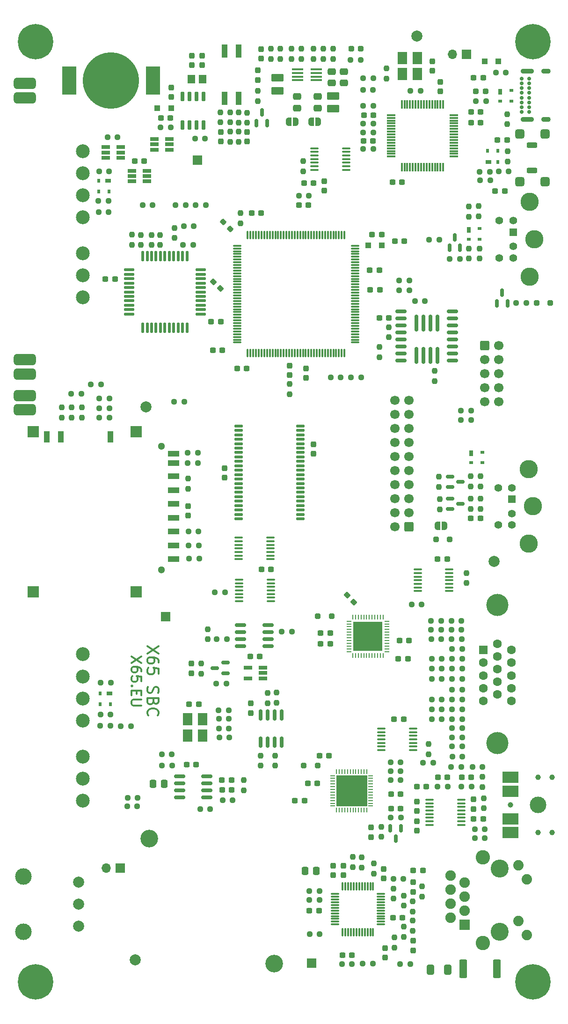
<source format=gbr>
%TF.GenerationSoftware,KiCad,Pcbnew,7.0.10-1.fc38*%
%TF.CreationDate,2024-01-13T22:19:30+01:00*%
%TF.ProjectId,x65-sbc-revA1,7836352d-7362-4632-9d72-657641312e6b,revA1*%
%TF.SameCoordinates,Original*%
%TF.FileFunction,Soldermask,Top*%
%TF.FilePolarity,Negative*%
%FSLAX46Y46*%
G04 Gerber Fmt 4.6, Leading zero omitted, Abs format (unit mm)*
G04 Created by KiCad (PCBNEW 7.0.10-1.fc38) date 2024-01-13 22:19:30*
%MOMM*%
%LPD*%
G01*
G04 APERTURE LIST*
G04 Aperture macros list*
%AMRoundRect*
0 Rectangle with rounded corners*
0 $1 Rounding radius*
0 $2 $3 $4 $5 $6 $7 $8 $9 X,Y pos of 4 corners*
0 Add a 4 corners polygon primitive as box body*
4,1,4,$2,$3,$4,$5,$6,$7,$8,$9,$2,$3,0*
0 Add four circle primitives for the rounded corners*
1,1,$1+$1,$2,$3*
1,1,$1+$1,$4,$5*
1,1,$1+$1,$6,$7*
1,1,$1+$1,$8,$9*
0 Add four rect primitives between the rounded corners*
20,1,$1+$1,$2,$3,$4,$5,0*
20,1,$1+$1,$4,$5,$6,$7,0*
20,1,$1+$1,$6,$7,$8,$9,0*
20,1,$1+$1,$8,$9,$2,$3,0*%
%AMFreePoly0*
4,1,19,0.500000,-0.750000,0.000000,-0.750000,0.000000,-0.744911,-0.071157,-0.744911,-0.207708,-0.704816,-0.327430,-0.627875,-0.420627,-0.520320,-0.479746,-0.390866,-0.500000,-0.250000,-0.500000,0.250000,-0.479746,0.390866,-0.420627,0.520320,-0.327430,0.627875,-0.207708,0.704816,-0.071157,0.744911,0.000000,0.744911,0.000000,0.750000,0.500000,0.750000,0.500000,-0.750000,0.500000,-0.750000,
$1*%
%AMFreePoly1*
4,1,19,0.000000,0.744911,0.071157,0.744911,0.207708,0.704816,0.327430,0.627875,0.420627,0.520320,0.479746,0.390866,0.500000,0.250000,0.500000,-0.250000,0.479746,-0.390866,0.420627,-0.520320,0.327430,-0.627875,0.207708,-0.704816,0.071157,-0.744911,0.000000,-0.744911,0.000000,-0.750000,-0.500000,-0.750000,-0.500000,0.750000,0.000000,0.750000,0.000000,0.744911,0.000000,0.744911,
$1*%
G04 Aperture macros list end*
%ADD10C,0.300000*%
%ADD11C,2.000000*%
%ADD12C,3.000000*%
%ADD13C,1.000000*%
%ADD14R,3.000000X2.000000*%
%ADD15RoundRect,0.250000X-0.700000X0.250000X-0.700000X-0.250000X0.700000X-0.250000X0.700000X0.250000X0*%
%ADD16RoundRect,0.425000X-0.425000X0.425000X-0.425000X-0.425000X0.425000X-0.425000X0.425000X0.425000X0*%
%ADD17RoundRect,0.237500X-0.237500X0.250000X-0.237500X-0.250000X0.237500X-0.250000X0.237500X0.250000X0*%
%ADD18R,1.560000X0.650000*%
%ADD19RoundRect,0.237500X-0.300000X-0.237500X0.300000X-0.237500X0.300000X0.237500X-0.300000X0.237500X0*%
%ADD20C,0.700000*%
%ADD21O,2.400000X0.900000*%
%ADD22O,1.700000X0.900000*%
%ADD23RoundRect,0.237500X-0.250000X-0.237500X0.250000X-0.237500X0.250000X0.237500X-0.250000X0.237500X0*%
%ADD24RoundRect,0.237500X0.250000X0.237500X-0.250000X0.237500X-0.250000X-0.237500X0.250000X-0.237500X0*%
%ADD25RoundRect,0.237500X-0.237500X0.300000X-0.237500X-0.300000X0.237500X-0.300000X0.237500X0.300000X0*%
%ADD26RoundRect,0.150000X-0.587500X-0.150000X0.587500X-0.150000X0.587500X0.150000X-0.587500X0.150000X0*%
%ADD27RoundRect,0.237500X0.300000X0.237500X-0.300000X0.237500X-0.300000X-0.237500X0.300000X-0.237500X0*%
%ADD28R,1.700000X1.700000*%
%ADD29RoundRect,0.250000X0.600000X0.600000X-0.600000X0.600000X-0.600000X-0.600000X0.600000X-0.600000X0*%
%ADD30C,1.700000*%
%ADD31FreePoly0,0.000000*%
%ADD32FreePoly1,0.000000*%
%ADD33RoundRect,0.150000X-0.150000X0.587500X-0.150000X-0.587500X0.150000X-0.587500X0.150000X0.587500X0*%
%ADD34C,3.200000*%
%ADD35RoundRect,0.237500X0.237500X-0.250000X0.237500X0.250000X-0.237500X0.250000X-0.237500X-0.250000X0*%
%ADD36RoundRect,0.150000X-0.150000X0.725000X-0.150000X-0.725000X0.150000X-0.725000X0.150000X0.725000X0*%
%ADD37RoundRect,0.100000X-0.637500X-0.100000X0.637500X-0.100000X0.637500X0.100000X-0.637500X0.100000X0*%
%ADD38RoundRect,0.237500X0.287500X0.237500X-0.287500X0.237500X-0.287500X-0.237500X0.287500X-0.237500X0*%
%ADD39R,1.398000X1.398000*%
%ADD40C,1.398000*%
%ADD41C,3.306000*%
%ADD42RoundRect,0.237500X0.237500X-0.300000X0.237500X0.300000X-0.237500X0.300000X-0.237500X-0.300000X0*%
%ADD43RoundRect,0.249999X-0.450001X-1.425001X0.450001X-1.425001X0.450001X1.425001X-0.450001X1.425001X0*%
%ADD44RoundRect,0.237500X0.344715X-0.008839X-0.008839X0.344715X-0.344715X0.008839X0.008839X-0.344715X0*%
%ADD45RoundRect,0.250000X0.250000X0.250000X-0.250000X0.250000X-0.250000X-0.250000X0.250000X-0.250000X0*%
%ADD46R,1.760000X2.250000*%
%ADD47C,6.400000*%
%ADD48RoundRect,0.250001X-0.849999X0.462499X-0.849999X-0.462499X0.849999X-0.462499X0.849999X0.462499X0*%
%ADD49RoundRect,0.237500X0.237500X-0.287500X0.237500X0.287500X-0.237500X0.287500X-0.237500X-0.287500X0*%
%ADD50RoundRect,0.250000X-0.337500X-0.475000X0.337500X-0.475000X0.337500X0.475000X-0.337500X0.475000X0*%
%ADD51RoundRect,0.137500X-0.800000X-0.137500X0.800000X-0.137500X0.800000X0.137500X-0.800000X0.137500X0*%
%ADD52RoundRect,0.137500X-0.137500X-0.800000X0.137500X-0.800000X0.137500X0.800000X-0.137500X0.800000X0*%
%ADD53O,1.700000X1.700000*%
%ADD54R,1.000000X1.000000*%
%ADD55C,2.500000*%
%ADD56RoundRect,0.150000X0.150000X-1.350000X0.150000X1.350000X-0.150000X1.350000X-0.150000X-1.350000X0*%
%ADD57RoundRect,0.500000X-1.500000X0.500000X-1.500000X-0.500000X1.500000X-0.500000X1.500000X0.500000X0*%
%ADD58C,3.250000*%
%ADD59C,1.890000*%
%ADD60R,1.900000X1.900000*%
%ADD61C,1.900000*%
%ADD62C,2.600000*%
%ADD63RoundRect,0.062500X0.337500X0.062500X-0.337500X0.062500X-0.337500X-0.062500X0.337500X-0.062500X0*%
%ADD64RoundRect,0.062500X0.062500X0.337500X-0.062500X0.337500X-0.062500X-0.337500X0.062500X-0.337500X0*%
%ADD65R,5.300000X5.300000*%
%ADD66RoundRect,0.250000X-0.600000X-0.600000X0.600000X-0.600000X0.600000X0.600000X-0.600000X0.600000X0*%
%ADD67RoundRect,0.250000X0.412500X0.650000X-0.412500X0.650000X-0.412500X-0.650000X0.412500X-0.650000X0*%
%ADD68RoundRect,0.250000X-0.475000X0.337500X-0.475000X-0.337500X0.475000X-0.337500X0.475000X0.337500X0*%
%ADD69RoundRect,0.150000X0.150000X-0.587500X0.150000X0.587500X-0.150000X0.587500X-0.150000X-0.587500X0*%
%ADD70RoundRect,0.137500X-0.625000X-0.137500X0.625000X-0.137500X0.625000X0.137500X-0.625000X0.137500X0*%
%ADD71R,1.000000X0.700000*%
%ADD72R,0.600000X0.700000*%
%ADD73RoundRect,0.237500X-0.380070X0.044194X0.044194X-0.380070X0.380070X-0.044194X-0.044194X0.380070X0*%
%ADD74RoundRect,0.150000X-0.875000X-0.150000X0.875000X-0.150000X0.875000X0.150000X-0.875000X0.150000X0*%
%ADD75RoundRect,0.150000X0.150000X-0.825000X0.150000X0.825000X-0.150000X0.825000X-0.150000X-0.825000X0*%
%ADD76RoundRect,0.075000X-0.700000X-0.075000X0.700000X-0.075000X0.700000X0.075000X-0.700000X0.075000X0*%
%ADD77RoundRect,0.075000X-0.075000X-0.700000X0.075000X-0.700000X0.075000X0.700000X-0.075000X0.700000X0*%
%ADD78RoundRect,0.250000X0.475000X-0.337500X0.475000X0.337500X-0.475000X0.337500X-0.475000X-0.337500X0*%
%ADD79R,2.500000X5.100000*%
%ADD80C,10.200000*%
%ADD81RoundRect,0.075000X0.662500X0.075000X-0.662500X0.075000X-0.662500X-0.075000X0.662500X-0.075000X0*%
%ADD82RoundRect,0.075000X0.075000X0.662500X-0.075000X0.662500X-0.075000X-0.662500X0.075000X-0.662500X0*%
%ADD83RoundRect,0.150000X0.825000X0.150000X-0.825000X0.150000X-0.825000X-0.150000X0.825000X-0.150000X0*%
%ADD84R,0.700000X1.000000*%
%ADD85R,0.700000X0.600000*%
%ADD86RoundRect,0.075000X-0.662500X-0.075000X0.662500X-0.075000X0.662500X0.075000X-0.662500X0.075000X0*%
%ADD87RoundRect,0.075000X-0.075000X-0.662500X0.075000X-0.662500X0.075000X0.662500X-0.075000X0.662500X0*%
%ADD88RoundRect,0.100000X0.637500X0.100000X-0.637500X0.100000X-0.637500X-0.100000X0.637500X-0.100000X0*%
%ADD89RoundRect,0.237500X0.380070X-0.044194X-0.044194X0.380070X-0.380070X0.044194X0.044194X-0.380070X0*%
%ADD90RoundRect,0.237500X-0.237500X0.287500X-0.237500X-0.287500X0.237500X-0.287500X0.237500X0.287500X0*%
%ADD91FreePoly0,180.000000*%
%ADD92FreePoly1,180.000000*%
%ADD93RoundRect,0.250000X-0.250000X-0.250000X0.250000X-0.250000X0.250000X0.250000X-0.250000X0.250000X0*%
%ADD94C,1.300000*%
%ADD95R,2.000000X1.100000*%
%ADD96R,1.000000X2.000000*%
%ADD97R,2.000000X2.000000*%
%ADD98C,4.000000*%
%ADD99R,1.600000X1.600000*%
%ADD100C,1.600000*%
%ADD101R,2.000000X0.400000*%
%ADD102RoundRect,0.062500X0.375000X0.062500X-0.375000X0.062500X-0.375000X-0.062500X0.375000X-0.062500X0*%
%ADD103RoundRect,0.062500X0.062500X0.375000X-0.062500X0.375000X-0.062500X-0.375000X0.062500X-0.375000X0*%
%ADD104R,5.600000X5.600000*%
%ADD105RoundRect,0.150000X0.587500X0.150000X-0.587500X0.150000X-0.587500X-0.150000X0.587500X-0.150000X0*%
%ADD106R,1.120000X2.440000*%
%ADD107R,1.400000X1.500000*%
%ADD108RoundRect,0.250001X0.849999X-0.462499X0.849999X0.462499X-0.849999X0.462499X-0.849999X-0.462499X0*%
G04 APERTURE END LIST*
D10*
X64127285Y-146172799D02*
X62327285Y-147372799D01*
X64127285Y-147372799D02*
X62327285Y-146172799D01*
X64127285Y-148829943D02*
X64127285Y-148487085D01*
X64127285Y-148487085D02*
X64041571Y-148315657D01*
X64041571Y-148315657D02*
X63955857Y-148229943D01*
X63955857Y-148229943D02*
X63698714Y-148058514D01*
X63698714Y-148058514D02*
X63355857Y-147972800D01*
X63355857Y-147972800D02*
X62670142Y-147972800D01*
X62670142Y-147972800D02*
X62498714Y-148058514D01*
X62498714Y-148058514D02*
X62413000Y-148144228D01*
X62413000Y-148144228D02*
X62327285Y-148315657D01*
X62327285Y-148315657D02*
X62327285Y-148658514D01*
X62327285Y-148658514D02*
X62413000Y-148829943D01*
X62413000Y-148829943D02*
X62498714Y-148915657D01*
X62498714Y-148915657D02*
X62670142Y-149001371D01*
X62670142Y-149001371D02*
X63098714Y-149001371D01*
X63098714Y-149001371D02*
X63270142Y-148915657D01*
X63270142Y-148915657D02*
X63355857Y-148829943D01*
X63355857Y-148829943D02*
X63441571Y-148658514D01*
X63441571Y-148658514D02*
X63441571Y-148315657D01*
X63441571Y-148315657D02*
X63355857Y-148144228D01*
X63355857Y-148144228D02*
X63270142Y-148058514D01*
X63270142Y-148058514D02*
X63098714Y-147972800D01*
X64127285Y-150629943D02*
X64127285Y-149772800D01*
X64127285Y-149772800D02*
X63270142Y-149687086D01*
X63270142Y-149687086D02*
X63355857Y-149772800D01*
X63355857Y-149772800D02*
X63441571Y-149944229D01*
X63441571Y-149944229D02*
X63441571Y-150372800D01*
X63441571Y-150372800D02*
X63355857Y-150544229D01*
X63355857Y-150544229D02*
X63270142Y-150629943D01*
X63270142Y-150629943D02*
X63098714Y-150715657D01*
X63098714Y-150715657D02*
X62670142Y-150715657D01*
X62670142Y-150715657D02*
X62498714Y-150629943D01*
X62498714Y-150629943D02*
X62413000Y-150544229D01*
X62413000Y-150544229D02*
X62327285Y-150372800D01*
X62327285Y-150372800D02*
X62327285Y-149944229D01*
X62327285Y-149944229D02*
X62413000Y-149772800D01*
X62413000Y-149772800D02*
X62498714Y-149687086D01*
X62498714Y-151487086D02*
X62413000Y-151572800D01*
X62413000Y-151572800D02*
X62327285Y-151487086D01*
X62327285Y-151487086D02*
X62413000Y-151401372D01*
X62413000Y-151401372D02*
X62498714Y-151487086D01*
X62498714Y-151487086D02*
X62327285Y-151487086D01*
X63270142Y-152344229D02*
X63270142Y-152944229D01*
X62327285Y-153201372D02*
X62327285Y-152344229D01*
X62327285Y-152344229D02*
X64127285Y-152344229D01*
X64127285Y-152344229D02*
X64127285Y-153201372D01*
X64127285Y-153972800D02*
X62670142Y-153972800D01*
X62670142Y-153972800D02*
X62498714Y-154058514D01*
X62498714Y-154058514D02*
X62413000Y-154144229D01*
X62413000Y-154144229D02*
X62327285Y-154315657D01*
X62327285Y-154315657D02*
X62327285Y-154658514D01*
X62327285Y-154658514D02*
X62413000Y-154829943D01*
X62413000Y-154829943D02*
X62498714Y-154915657D01*
X62498714Y-154915657D02*
X62670142Y-155001371D01*
X62670142Y-155001371D02*
X64127285Y-155001371D01*
X67231961Y-144310885D02*
X65231961Y-145644218D01*
X67231961Y-145644218D02*
X65231961Y-144310885D01*
X67231961Y-147263266D02*
X67231961Y-146882313D01*
X67231961Y-146882313D02*
X67136723Y-146691837D01*
X67136723Y-146691837D02*
X67041485Y-146596599D01*
X67041485Y-146596599D02*
X66755771Y-146406123D01*
X66755771Y-146406123D02*
X66374819Y-146310885D01*
X66374819Y-146310885D02*
X65612914Y-146310885D01*
X65612914Y-146310885D02*
X65422438Y-146406123D01*
X65422438Y-146406123D02*
X65327200Y-146501361D01*
X65327200Y-146501361D02*
X65231961Y-146691837D01*
X65231961Y-146691837D02*
X65231961Y-147072790D01*
X65231961Y-147072790D02*
X65327200Y-147263266D01*
X65327200Y-147263266D02*
X65422438Y-147358504D01*
X65422438Y-147358504D02*
X65612914Y-147453742D01*
X65612914Y-147453742D02*
X66089104Y-147453742D01*
X66089104Y-147453742D02*
X66279580Y-147358504D01*
X66279580Y-147358504D02*
X66374819Y-147263266D01*
X66374819Y-147263266D02*
X66470057Y-147072790D01*
X66470057Y-147072790D02*
X66470057Y-146691837D01*
X66470057Y-146691837D02*
X66374819Y-146501361D01*
X66374819Y-146501361D02*
X66279580Y-146406123D01*
X66279580Y-146406123D02*
X66089104Y-146310885D01*
X67231961Y-149263266D02*
X67231961Y-148310885D01*
X67231961Y-148310885D02*
X66279580Y-148215647D01*
X66279580Y-148215647D02*
X66374819Y-148310885D01*
X66374819Y-148310885D02*
X66470057Y-148501361D01*
X66470057Y-148501361D02*
X66470057Y-148977552D01*
X66470057Y-148977552D02*
X66374819Y-149168028D01*
X66374819Y-149168028D02*
X66279580Y-149263266D01*
X66279580Y-149263266D02*
X66089104Y-149358504D01*
X66089104Y-149358504D02*
X65612914Y-149358504D01*
X65612914Y-149358504D02*
X65422438Y-149263266D01*
X65422438Y-149263266D02*
X65327200Y-149168028D01*
X65327200Y-149168028D02*
X65231961Y-148977552D01*
X65231961Y-148977552D02*
X65231961Y-148501361D01*
X65231961Y-148501361D02*
X65327200Y-148310885D01*
X65327200Y-148310885D02*
X65422438Y-148215647D01*
X65327200Y-151644219D02*
X65231961Y-151929933D01*
X65231961Y-151929933D02*
X65231961Y-152406124D01*
X65231961Y-152406124D02*
X65327200Y-152596600D01*
X65327200Y-152596600D02*
X65422438Y-152691838D01*
X65422438Y-152691838D02*
X65612914Y-152787076D01*
X65612914Y-152787076D02*
X65803390Y-152787076D01*
X65803390Y-152787076D02*
X65993866Y-152691838D01*
X65993866Y-152691838D02*
X66089104Y-152596600D01*
X66089104Y-152596600D02*
X66184342Y-152406124D01*
X66184342Y-152406124D02*
X66279580Y-152025171D01*
X66279580Y-152025171D02*
X66374819Y-151834695D01*
X66374819Y-151834695D02*
X66470057Y-151739457D01*
X66470057Y-151739457D02*
X66660533Y-151644219D01*
X66660533Y-151644219D02*
X66851009Y-151644219D01*
X66851009Y-151644219D02*
X67041485Y-151739457D01*
X67041485Y-151739457D02*
X67136723Y-151834695D01*
X67136723Y-151834695D02*
X67231961Y-152025171D01*
X67231961Y-152025171D02*
X67231961Y-152501362D01*
X67231961Y-152501362D02*
X67136723Y-152787076D01*
X66279580Y-154310886D02*
X66184342Y-154596600D01*
X66184342Y-154596600D02*
X66089104Y-154691838D01*
X66089104Y-154691838D02*
X65898628Y-154787076D01*
X65898628Y-154787076D02*
X65612914Y-154787076D01*
X65612914Y-154787076D02*
X65422438Y-154691838D01*
X65422438Y-154691838D02*
X65327200Y-154596600D01*
X65327200Y-154596600D02*
X65231961Y-154406124D01*
X65231961Y-154406124D02*
X65231961Y-153644219D01*
X65231961Y-153644219D02*
X67231961Y-153644219D01*
X67231961Y-153644219D02*
X67231961Y-154310886D01*
X67231961Y-154310886D02*
X67136723Y-154501362D01*
X67136723Y-154501362D02*
X67041485Y-154596600D01*
X67041485Y-154596600D02*
X66851009Y-154691838D01*
X66851009Y-154691838D02*
X66660533Y-154691838D01*
X66660533Y-154691838D02*
X66470057Y-154596600D01*
X66470057Y-154596600D02*
X66374819Y-154501362D01*
X66374819Y-154501362D02*
X66279580Y-154310886D01*
X66279580Y-154310886D02*
X66279580Y-153644219D01*
X65422438Y-156787076D02*
X65327200Y-156691838D01*
X65327200Y-156691838D02*
X65231961Y-156406124D01*
X65231961Y-156406124D02*
X65231961Y-156215648D01*
X65231961Y-156215648D02*
X65327200Y-155929933D01*
X65327200Y-155929933D02*
X65517676Y-155739457D01*
X65517676Y-155739457D02*
X65708152Y-155644219D01*
X65708152Y-155644219D02*
X66089104Y-155548981D01*
X66089104Y-155548981D02*
X66374819Y-155548981D01*
X66374819Y-155548981D02*
X66755771Y-155644219D01*
X66755771Y-155644219D02*
X66946247Y-155739457D01*
X66946247Y-155739457D02*
X67136723Y-155929933D01*
X67136723Y-155929933D02*
X67231961Y-156215648D01*
X67231961Y-156215648D02*
X67231961Y-156406124D01*
X67231961Y-156406124D02*
X67136723Y-156691838D01*
X67136723Y-156691838D02*
X67041485Y-156787076D01*
D11*
%TO.C,RV1101*%
X52781200Y-194957200D03*
X52781200Y-190957200D03*
X52781200Y-186957200D03*
D12*
X42781200Y-195957200D03*
X42781200Y-185957200D03*
%TD*%
D13*
%TO.C,J1104*%
X138432000Y-178000000D03*
X138432000Y-168000000D03*
X135932000Y-178000000D03*
X135932000Y-168000000D03*
X130932000Y-173000000D03*
D14*
X130932000Y-178000000D03*
X130932000Y-175500000D03*
D12*
X135932000Y-173000000D03*
D14*
X130932000Y-168000000D03*
X130932000Y-170500000D03*
%TD*%
D15*
%TO.C,SW301*%
X134778800Y-53680400D03*
X134778800Y-58280400D03*
D16*
X137178800Y-51630400D03*
X132578800Y-51630400D03*
X137178800Y-60280400D03*
X132578800Y-60280400D03*
%TD*%
D17*
%TO.C,R517*%
X93387000Y-56590000D03*
X93387000Y-58415000D03*
%TD*%
D18*
%TO.C,U1203*%
X69200000Y-54500000D03*
X69200000Y-53550000D03*
X69200000Y-52600000D03*
X66500000Y-52600000D03*
X66500000Y-53550000D03*
X66500000Y-54500000D03*
%TD*%
D19*
%TO.C,C1215*%
X113335900Y-184861200D03*
X115060900Y-184861200D03*
%TD*%
D20*
%TO.C,J501*%
X132975000Y-47650000D03*
X132975000Y-46800000D03*
X132975000Y-45950000D03*
X132975000Y-45100000D03*
X132975000Y-44250000D03*
X132975000Y-43400000D03*
X132975000Y-42550000D03*
X132975000Y-41700000D03*
X134325000Y-41700000D03*
X134325000Y-42550000D03*
X134325000Y-43400000D03*
X134325000Y-44250000D03*
X134325000Y-45100000D03*
X134325000Y-45950000D03*
X134325000Y-46800000D03*
X134325000Y-47650000D03*
D21*
X133955000Y-49000000D03*
D22*
X137335000Y-49000000D03*
D21*
X133955000Y-40350000D03*
D22*
X137335000Y-40350000D03*
%TD*%
D23*
%TO.C,R401*%
X56533500Y-99516000D03*
X58358500Y-99516000D03*
%TD*%
D18*
%TO.C,U501*%
X86135200Y-150098800D03*
X86135200Y-149148800D03*
X86135200Y-148198800D03*
X83435200Y-148198800D03*
X83435200Y-150098800D03*
%TD*%
D24*
%TO.C,R1111*%
X126286900Y-179019200D03*
X124461900Y-179019200D03*
%TD*%
%TO.C,R305*%
X115436500Y-81918591D03*
X113611500Y-81918591D03*
%TD*%
D25*
%TO.C,C1007*%
X83921600Y-154635200D03*
X83921600Y-156360200D03*
%TD*%
D26*
%TO.C,Q601*%
X119966500Y-113604000D03*
X119966500Y-115504000D03*
X121841500Y-114554000D03*
%TD*%
D27*
%TO.C,C601*%
X129885700Y-61974800D03*
X128160700Y-61974800D03*
%TD*%
D17*
%TO.C,R1001*%
X116078000Y-162003100D03*
X116078000Y-163828100D03*
%TD*%
D28*
%TO.C,J704*%
X94945200Y-201574400D03*
%TD*%
D23*
%TO.C,R1206*%
X109721100Y-186333200D03*
X111546100Y-186333200D03*
%TD*%
D29*
%TO.C,J601*%
X112540000Y-122700000D03*
D30*
X110000000Y-122700000D03*
X112540000Y-120160000D03*
X110000000Y-120160000D03*
X112540000Y-117620000D03*
X110000000Y-117620000D03*
X112540000Y-115080000D03*
X110000000Y-115080000D03*
X112540000Y-112540000D03*
X110000000Y-112540000D03*
X112540000Y-110000000D03*
X110000000Y-110000000D03*
X112540000Y-107460000D03*
X110000000Y-107460000D03*
X112540000Y-104920000D03*
X110000000Y-104920000D03*
X112540000Y-102380000D03*
X110000000Y-102380000D03*
X112540000Y-99840000D03*
X110000000Y-99840000D03*
%TD*%
D31*
%TO.C,JP601*%
X117714000Y-122529600D03*
D32*
X119014000Y-122529600D03*
%TD*%
D33*
%TO.C,Q1001*%
X111099600Y-177190400D03*
X109199600Y-177190400D03*
X110149600Y-179065400D03*
%TD*%
D19*
%TO.C,C502*%
X123787500Y-47680000D03*
X125512500Y-47680000D03*
%TD*%
D34*
%TO.C,LS1101*%
X88174108Y-201712108D03*
X65546692Y-179084692D03*
%TD*%
D24*
%TO.C,R911*%
X91387300Y-141630400D03*
X89562300Y-141630400D03*
%TD*%
D17*
%TO.C,R417*%
X81737200Y-47804700D03*
X81737200Y-49629700D03*
%TD*%
D18*
%TO.C,U403*%
X65104000Y-60233600D03*
X65104000Y-59283600D03*
X65104000Y-58333600D03*
X62404000Y-58333600D03*
X62404000Y-59283600D03*
X62404000Y-60233600D03*
%TD*%
D23*
%TO.C,R214*%
X64365500Y-64516000D03*
X66190500Y-64516000D03*
%TD*%
D35*
%TO.C,R1009*%
X85674200Y-165910900D03*
X85674200Y-164085900D03*
%TD*%
D28*
%TO.C,J703*%
X68529200Y-138988800D03*
%TD*%
D24*
%TO.C,R707*%
X103833300Y-38252400D03*
X102008300Y-38252400D03*
%TD*%
%TO.C,R618*%
X112611000Y-78180000D03*
X110786000Y-78180000D03*
%TD*%
D23*
%TO.C,R912*%
X77776700Y-143052800D03*
X79601700Y-143052800D03*
%TD*%
D17*
%TO.C,R609*%
X117983000Y-113641500D03*
X117983000Y-115466500D03*
%TD*%
D23*
%TO.C,R909*%
X56533500Y-102945000D03*
X58358500Y-102945000D03*
%TD*%
D24*
%TO.C,R1201*%
X106017700Y-201726800D03*
X104192700Y-201726800D03*
%TD*%
D36*
%TO.C,U402*%
X75405000Y-44925000D03*
X74135000Y-44925000D03*
X72865000Y-44925000D03*
X71595000Y-44925000D03*
X71595000Y-50075000D03*
X72865000Y-50075000D03*
X74135000Y-50075000D03*
X75405000Y-50075000D03*
%TD*%
D17*
%TO.C,R1213*%
X111598800Y-189383100D03*
X111598800Y-191208100D03*
%TD*%
D27*
%TO.C,C1101*%
X80429501Y-168478200D03*
X78704501Y-168478200D03*
%TD*%
D37*
%TO.C,U901*%
X81752600Y-124674800D03*
X81752600Y-125324800D03*
X81752600Y-125974800D03*
X81752600Y-126624800D03*
X81752600Y-127274800D03*
X81752600Y-127924800D03*
X81752600Y-128574800D03*
X87477600Y-128574800D03*
X87477600Y-127924800D03*
X87477600Y-127274800D03*
X87477600Y-126624800D03*
X87477600Y-125974800D03*
X87477600Y-125324800D03*
X87477600Y-124674800D03*
%TD*%
D25*
%TO.C,C307*%
X91000000Y-93537500D03*
X91000000Y-95262500D03*
%TD*%
D24*
%TO.C,R503*%
X106068500Y-43738800D03*
X104243500Y-43738800D03*
%TD*%
D23*
%TO.C,R803*%
X77675100Y-151079200D03*
X79500100Y-151079200D03*
%TD*%
D24*
%TO.C,R1216*%
X112774100Y-201777600D03*
X110949100Y-201777600D03*
%TD*%
D37*
%TO.C,U903*%
X81821100Y-132263600D03*
X81821100Y-132913600D03*
X81821100Y-133563600D03*
X81821100Y-134213600D03*
X81821100Y-134863600D03*
X81821100Y-135513600D03*
X81821100Y-136163600D03*
X87546100Y-136163600D03*
X87546100Y-135513600D03*
X87546100Y-134863600D03*
X87546100Y-134213600D03*
X87546100Y-133563600D03*
X87546100Y-132913600D03*
X87546100Y-132263600D03*
%TD*%
%TO.C,U1101*%
X116271550Y-172043400D03*
X116271550Y-172693400D03*
X116271550Y-173343400D03*
X116271550Y-173993400D03*
X116271550Y-174643400D03*
X116271550Y-175293400D03*
X116271550Y-175943400D03*
X116271550Y-176593400D03*
X121996550Y-176593400D03*
X121996550Y-175943400D03*
X121996550Y-175293400D03*
X121996550Y-174643400D03*
X121996550Y-173993400D03*
X121996550Y-173343400D03*
X121996550Y-172693400D03*
X121996550Y-172043400D03*
%TD*%
D23*
%TO.C,R207*%
X70309100Y-64516000D03*
X72134100Y-64516000D03*
%TD*%
D38*
%TO.C,D502*%
X126443800Y-43940800D03*
X124693800Y-43940800D03*
%TD*%
D24*
%TO.C,R816*%
X118514500Y-153924000D03*
X116689500Y-153924000D03*
%TD*%
%TO.C,R1013*%
X122224800Y-164287200D03*
X120399800Y-164287200D03*
%TD*%
%TO.C,R906*%
X74360500Y-109295000D03*
X72535500Y-109295000D03*
%TD*%
D27*
%TO.C,C1217*%
X69392800Y-48818800D03*
X67667800Y-48818800D03*
%TD*%
%TO.C,C309*%
X108924000Y-84918591D03*
X107199000Y-84918591D03*
%TD*%
D39*
%TO.C,J606*%
X131410800Y-69412400D03*
D40*
X131410800Y-72012400D03*
X131410800Y-67362400D03*
X131410800Y-74062400D03*
X128920800Y-67362400D03*
X128920800Y-74062400D03*
D41*
X135220800Y-70712400D03*
X134410800Y-77472400D03*
X134410800Y-63952400D03*
%TD*%
D24*
%TO.C,R810*%
X118411000Y-143002000D03*
X116586000Y-143002000D03*
%TD*%
D27*
%TO.C,C803*%
X98313500Y-141934000D03*
X96588500Y-141934000D03*
%TD*%
D24*
%TO.C,R811*%
X122197500Y-144780000D03*
X120372500Y-144780000D03*
%TD*%
D42*
%TO.C,C201*%
X95250000Y-109523700D03*
X95250000Y-107798700D03*
%TD*%
D43*
%TO.C,R1215*%
X122341000Y-202640000D03*
X128441000Y-202640000D03*
%TD*%
D27*
%TO.C,C1205*%
X111394500Y-193394400D03*
X109669500Y-193394400D03*
%TD*%
D24*
%TO.C,R508*%
X114662500Y-43900000D03*
X112837500Y-43900000D03*
%TD*%
D42*
%TO.C,C1209*%
X107992000Y-186281300D03*
X107992000Y-184556300D03*
%TD*%
D44*
%TO.C,R210*%
X80195235Y-68875235D03*
X78904765Y-67584765D03*
%TD*%
D17*
%TO.C,R1214*%
X113224400Y-190449900D03*
X113224400Y-192274900D03*
%TD*%
D18*
%TO.C,U401*%
X57679600Y-54066400D03*
X57679600Y-55016400D03*
X57679600Y-55966400D03*
X60379600Y-55966400D03*
X60379600Y-55016400D03*
X60379600Y-54066400D03*
%TD*%
D19*
%TO.C,C905*%
X83821100Y-146151600D03*
X85546100Y-146151600D03*
%TD*%
D24*
%TO.C,R828*%
X122197500Y-157480000D03*
X120372500Y-157480000D03*
%TD*%
D45*
%TO.C,D1002*%
X96011505Y-165860800D03*
X93511505Y-165860800D03*
%TD*%
D17*
%TO.C,R604*%
X125374400Y-72380300D03*
X125374400Y-74205300D03*
%TD*%
D24*
%TO.C,R415*%
X56843300Y-96926400D03*
X55018300Y-96926400D03*
%TD*%
D17*
%TO.C,R606*%
X123723400Y-117654700D03*
X123723400Y-119479700D03*
%TD*%
D46*
%TO.C,X301*%
X114100000Y-37912500D03*
X111400000Y-37912500D03*
X111400000Y-40862500D03*
X114100000Y-40862500D03*
%TD*%
D25*
%TO.C,C303*%
X97200000Y-60217500D03*
X97200000Y-61942500D03*
%TD*%
D24*
%TO.C,R502*%
X130096900Y-40589200D03*
X128271900Y-40589200D03*
%TD*%
D27*
%TO.C,C902*%
X119480500Y-128524000D03*
X117755500Y-128524000D03*
%TD*%
D17*
%TO.C,R910*%
X49699000Y-101143500D03*
X49699000Y-102968500D03*
%TD*%
D23*
%TO.C,R1003*%
X109221900Y-166878000D03*
X111046900Y-166878000D03*
%TD*%
D19*
%TO.C,C314*%
X105887500Y-69830000D03*
X107612500Y-69830000D03*
%TD*%
D17*
%TO.C,R307*%
X85242400Y-43867700D03*
X85242400Y-45692700D03*
%TD*%
%TO.C,R304*%
X117224000Y-94506091D03*
X117224000Y-96331091D03*
%TD*%
D47*
%TO.C,H101*%
X45000000Y-35000000D03*
%TD*%
D35*
%TO.C,R1209*%
X104029600Y-184299300D03*
X104029600Y-182474300D03*
%TD*%
D23*
%TO.C,R412*%
X60403100Y-158750000D03*
X62228100Y-158750000D03*
%TD*%
D24*
%TO.C,R1104*%
X126286900Y-177393600D03*
X124461900Y-177393600D03*
%TD*%
D48*
%TO.C,L702*%
X88793600Y-41515900D03*
X88793600Y-43840900D03*
%TD*%
D49*
%TO.C,D1001*%
X105664000Y-178827400D03*
X105664000Y-177077400D03*
%TD*%
D27*
%TO.C,C1109*%
X74028700Y-165735000D03*
X72303700Y-165735000D03*
%TD*%
D47*
%TO.C,H103*%
X135000000Y-205000000D03*
%TD*%
D25*
%TO.C,C202*%
X79163000Y-112089000D03*
X79163000Y-113814000D03*
%TD*%
D24*
%TO.C,R813*%
X118514500Y-148336000D03*
X116689500Y-148336000D03*
%TD*%
D23*
%TO.C,R611*%
X119942600Y-74269600D03*
X121767600Y-74269600D03*
%TD*%
D50*
%TO.C,C1202*%
X93733800Y-184962800D03*
X95808800Y-184962800D03*
%TD*%
D17*
%TO.C,R420*%
X78460600Y-47728500D03*
X78460600Y-49553500D03*
%TD*%
D24*
%TO.C,R802*%
X114856900Y-136753600D03*
X113031900Y-136753600D03*
%TD*%
D51*
%TO.C,U201*%
X61892500Y-76240000D03*
X61892500Y-77040000D03*
X61892500Y-77840000D03*
X61892500Y-78640000D03*
X61892500Y-79440000D03*
X61892500Y-80240000D03*
X61892500Y-81040000D03*
X61892500Y-81840000D03*
X61892500Y-82640000D03*
X61892500Y-83440000D03*
X61892500Y-84240000D03*
D52*
X64380000Y-86727500D03*
X65180000Y-86727500D03*
X65980000Y-86727500D03*
X66780000Y-86727500D03*
X67580000Y-86727500D03*
X68380000Y-86727500D03*
X69180000Y-86727500D03*
X69980000Y-86727500D03*
X70780000Y-86727500D03*
X71580000Y-86727500D03*
X72380000Y-86727500D03*
D51*
X74867500Y-84240000D03*
X74867500Y-83440000D03*
X74867500Y-82640000D03*
X74867500Y-81840000D03*
X74867500Y-81040000D03*
X74867500Y-80240000D03*
X74867500Y-79440000D03*
X74867500Y-78640000D03*
X74867500Y-77840000D03*
X74867500Y-77040000D03*
X74867500Y-76240000D03*
D52*
X72380000Y-73752500D03*
X71580000Y-73752500D03*
X70780000Y-73752500D03*
X69980000Y-73752500D03*
X69180000Y-73752500D03*
X68380000Y-73752500D03*
X67580000Y-73752500D03*
X66780000Y-73752500D03*
X65980000Y-73752500D03*
X65180000Y-73752500D03*
X64380000Y-73752500D03*
%TD*%
D17*
%TO.C,R501*%
X130293200Y-48062500D03*
X130293200Y-49887500D03*
%TD*%
D11*
%TO.C,FID101*%
X65000000Y-101000000D03*
%TD*%
D24*
%TO.C,R1014*%
X63449200Y-171754800D03*
X61624200Y-171754800D03*
%TD*%
D28*
%TO.C,J1101*%
X60299600Y-184454800D03*
D53*
X57759600Y-184454800D03*
%TD*%
D35*
%TO.C,R703*%
X98793600Y-38090900D03*
X98793600Y-36265900D03*
%TD*%
D24*
%TO.C,R812*%
X118514500Y-146558000D03*
X116689500Y-146558000D03*
%TD*%
D27*
%TO.C,C509*%
X111301700Y-60350400D03*
X109576700Y-60350400D03*
%TD*%
D17*
%TO.C,R608*%
X123374400Y-72380300D03*
X123374400Y-74205300D03*
%TD*%
D25*
%TO.C,C302*%
X93900000Y-94037500D03*
X93900000Y-95762500D03*
%TD*%
D54*
%TO.C,D301*%
X105150000Y-71800000D03*
X107650000Y-71800000D03*
%TD*%
D27*
%TO.C,C901*%
X87578100Y-130403600D03*
X85853100Y-130403600D03*
%TD*%
D17*
%TO.C,R302*%
X107230000Y-90221500D03*
X107230000Y-92046500D03*
%TD*%
D19*
%TO.C,C1111*%
X124265950Y-175512200D03*
X125990950Y-175512200D03*
%TD*%
D35*
%TO.C,R1109*%
X126068250Y-173605300D03*
X126068250Y-171780300D03*
%TD*%
%TO.C,R607*%
X123374400Y-66617800D03*
X123374400Y-64792800D03*
%TD*%
D23*
%TO.C,R306*%
X102087500Y-95700000D03*
X103912500Y-95700000D03*
%TD*%
D24*
%TO.C,R824*%
X122197500Y-148336000D03*
X120372500Y-148336000D03*
%TD*%
D19*
%TO.C,C317*%
X128575900Y-52730400D03*
X130300900Y-52730400D03*
%TD*%
D11*
%TO.C,FID102*%
X114000000Y-34000000D03*
%TD*%
D55*
%TO.C,J403*%
X53500000Y-54750000D03*
X53500000Y-58750000D03*
X53500000Y-62750000D03*
X53500000Y-66750000D03*
X53500000Y-73250000D03*
X53500000Y-77250000D03*
X53500000Y-81250000D03*
%TD*%
D23*
%TO.C,R505*%
X104287500Y-54400000D03*
X106112500Y-54400000D03*
%TD*%
D27*
%TO.C,C503*%
X106062500Y-52900000D03*
X104337500Y-52900000D03*
%TD*%
D24*
%TO.C,R830*%
X122197500Y-162433000D03*
X120372500Y-162433000D03*
%TD*%
%TO.C,R407*%
X58621300Y-150926800D03*
X56796300Y-150926800D03*
%TD*%
D27*
%TO.C,C1204*%
X96256100Y-192124400D03*
X94531100Y-192124400D03*
%TD*%
D56*
%TO.C,U302*%
X113893600Y-91689591D03*
X115163600Y-91689591D03*
X116433600Y-91689591D03*
X117729000Y-91689591D03*
X117729000Y-85847591D03*
X116459000Y-85847591D03*
X115189000Y-85847591D03*
X113919000Y-85847591D03*
%TD*%
D57*
%TO.C,D402*%
X43000000Y-42505600D03*
X43000000Y-45105600D03*
%TD*%
D19*
%TO.C,C305*%
X105463000Y-76327000D03*
X107188000Y-76327000D03*
%TD*%
D23*
%TO.C,R617*%
X121972700Y-101701600D03*
X123797700Y-101701600D03*
%TD*%
D17*
%TO.C,R421*%
X81737200Y-53058700D03*
X81737200Y-51233700D03*
%TD*%
D27*
%TO.C,C311*%
X78500000Y-85580000D03*
X76775000Y-85580000D03*
%TD*%
D24*
%TO.C,R406*%
X58164100Y-63804800D03*
X56339100Y-63804800D03*
%TD*%
D42*
%TO.C,C315*%
X116750000Y-40250000D03*
X116750000Y-38525000D03*
%TD*%
D24*
%TO.C,R1015*%
X63398400Y-173278800D03*
X61573400Y-173278800D03*
%TD*%
D58*
%TO.C,J1201*%
X129000000Y-195930000D03*
X129000000Y-184500000D03*
D59*
X132380000Y-183890000D03*
X133900000Y-186430000D03*
X132380000Y-194000000D03*
X133900000Y-196540000D03*
D60*
X122660000Y-194660000D03*
D61*
X120120000Y-193390000D03*
X122660000Y-192120000D03*
X120120000Y-190850000D03*
X122660000Y-189580000D03*
X120120000Y-188310000D03*
X122660000Y-187040000D03*
X120120000Y-185770000D03*
D62*
X125950000Y-197990000D03*
X125950000Y-182440000D03*
%TD*%
D27*
%TO.C,C504*%
X106112500Y-48250000D03*
X104387500Y-48250000D03*
%TD*%
D28*
%TO.C,J702*%
X74244200Y-56438800D03*
%TD*%
D23*
%TO.C,R504*%
X104287500Y-49800000D03*
X106112500Y-49800000D03*
%TD*%
D55*
%TO.C,J404*%
X53500000Y-145750000D03*
X53500000Y-149750000D03*
X53500000Y-153750000D03*
X53500000Y-157750000D03*
X53500000Y-164250000D03*
X53500000Y-168250000D03*
X53500000Y-172250000D03*
%TD*%
D11*
%TO.C,FID103*%
X128000000Y-129000000D03*
%TD*%
D24*
%TO.C,R1208*%
X96356900Y-188568400D03*
X94531900Y-188568400D03*
%TD*%
D25*
%TO.C,C1108*%
X113952450Y-175919700D03*
X113952450Y-177644700D03*
%TD*%
D35*
%TO.C,R1210*%
X102404000Y-184248500D03*
X102404000Y-182423500D03*
%TD*%
D63*
%TO.C,U801*%
X108581000Y-145269000D03*
X108581000Y-144769000D03*
X108581000Y-144269000D03*
X108581000Y-143769000D03*
X108581000Y-143269000D03*
X108581000Y-142769000D03*
X108581000Y-142269000D03*
X108581000Y-141769000D03*
X108581000Y-141269000D03*
X108581000Y-140769000D03*
X108581000Y-140269000D03*
X108581000Y-139769000D03*
D64*
X107881000Y-139069000D03*
X107381000Y-139069000D03*
X106881000Y-139069000D03*
X106381000Y-139069000D03*
X105881000Y-139069000D03*
X105381000Y-139069000D03*
X104881000Y-139069000D03*
X104381000Y-139069000D03*
X103881000Y-139069000D03*
X103381000Y-139069000D03*
X102881000Y-139069000D03*
X102381000Y-139069000D03*
D63*
X101681000Y-139769000D03*
X101681000Y-140269000D03*
X101681000Y-140769000D03*
X101681000Y-141269000D03*
X101681000Y-141769000D03*
X101681000Y-142269000D03*
X101681000Y-142769000D03*
X101681000Y-143269000D03*
X101681000Y-143769000D03*
X101681000Y-144269000D03*
X101681000Y-144769000D03*
X101681000Y-145269000D03*
D64*
X102381000Y-145969000D03*
X102881000Y-145969000D03*
X103381000Y-145969000D03*
X103881000Y-145969000D03*
X104381000Y-145969000D03*
X104881000Y-145969000D03*
X105381000Y-145969000D03*
X105881000Y-145969000D03*
X106381000Y-145969000D03*
X106881000Y-145969000D03*
X107381000Y-145969000D03*
X107881000Y-145969000D03*
D65*
X105131000Y-142519000D03*
%TD*%
D35*
%TO.C,R706*%
X89293600Y-38090900D03*
X89293600Y-36265900D03*
%TD*%
D54*
%TO.C,D401*%
X69500000Y-47000000D03*
X67000000Y-47000000D03*
%TD*%
D11*
%TO.C,FID104*%
X63000000Y-201000000D03*
%TD*%
D35*
%TO.C,R414*%
X51477000Y-102968500D03*
X51477000Y-101143500D03*
%TD*%
D24*
%TO.C,R829*%
X122197500Y-160782000D03*
X120372500Y-160782000D03*
%TD*%
D35*
%TO.C,R1212*%
X111649600Y-196846900D03*
X111649600Y-195021900D03*
%TD*%
D66*
%TO.C,J603*%
X126302500Y-89920000D03*
D30*
X128842500Y-89920000D03*
X126302500Y-92460000D03*
X128842500Y-92460000D03*
X126302500Y-95000000D03*
X128842500Y-95000000D03*
X126302500Y-97540000D03*
X128842500Y-97540000D03*
X126302500Y-100080000D03*
X128842500Y-100080000D03*
%TD*%
D67*
%TO.C,C1216*%
X119587500Y-202767000D03*
X116462500Y-202767000D03*
%TD*%
D24*
%TO.C,R402*%
X58335000Y-101294000D03*
X56510000Y-101294000D03*
%TD*%
D19*
%TO.C,C1003*%
X109322700Y-173685200D03*
X111047700Y-173685200D03*
%TD*%
D35*
%TO.C,R1110*%
X125814250Y-169769900D03*
X125814250Y-167944900D03*
%TD*%
D24*
%TO.C,R820*%
X122070500Y-139700000D03*
X120245500Y-139700000D03*
%TD*%
D37*
%TO.C,U902*%
X114129900Y-130434800D03*
X114129900Y-131084800D03*
X114129900Y-131734800D03*
X114129900Y-132384800D03*
X114129900Y-133034800D03*
X114129900Y-133684800D03*
X114129900Y-134334800D03*
X119854900Y-134334800D03*
X119854900Y-133684800D03*
X119854900Y-133034800D03*
X119854900Y-132384800D03*
X119854900Y-131734800D03*
X119854900Y-131084800D03*
X119854900Y-130434800D03*
%TD*%
D68*
%TO.C,C703*%
X92293600Y-46965900D03*
X92293600Y-44890900D03*
%TD*%
D17*
%TO.C,R804*%
X74980800Y-147423500D03*
X74980800Y-149248500D03*
%TD*%
D19*
%TO.C,C507*%
X124275000Y-41500000D03*
X126000000Y-41500000D03*
%TD*%
D69*
%TO.C,Q603*%
X119905100Y-72207100D03*
X121805100Y-72207100D03*
X120855100Y-70332100D03*
%TD*%
D19*
%TO.C,C802*%
X110643500Y-146558000D03*
X112368500Y-146558000D03*
%TD*%
%TO.C,C404*%
X62942300Y-56591200D03*
X64667300Y-56591200D03*
%TD*%
D70*
%TO.C,U202*%
X81704000Y-104470000D03*
X81704000Y-105270000D03*
X81704000Y-106070000D03*
X81704000Y-106870000D03*
X81704000Y-107670000D03*
X81704000Y-108470000D03*
X81704000Y-109270000D03*
X81704000Y-110070000D03*
X81704000Y-110870000D03*
X81704000Y-111670000D03*
X81704000Y-112470000D03*
X81704000Y-113270000D03*
X81704000Y-114070000D03*
X81704000Y-114870000D03*
X81704000Y-115670000D03*
X81704000Y-116470000D03*
X81704000Y-117270000D03*
X81704000Y-118070000D03*
X81704000Y-118870000D03*
X81704000Y-119670000D03*
X81704000Y-120470000D03*
X81704000Y-121270000D03*
X92879000Y-121270000D03*
X92879000Y-120470000D03*
X92879000Y-119670000D03*
X92879000Y-118870000D03*
X92879000Y-118070000D03*
X92879000Y-117270000D03*
X92879000Y-116470000D03*
X92879000Y-115670000D03*
X92879000Y-114870000D03*
X92879000Y-114070000D03*
X92879000Y-113270000D03*
X92879000Y-112470000D03*
X92879000Y-111670000D03*
X92879000Y-110870000D03*
X92879000Y-110070000D03*
X92879000Y-109270000D03*
X92879000Y-108470000D03*
X92879000Y-107670000D03*
X92879000Y-106870000D03*
X92879000Y-106070000D03*
X92879000Y-105270000D03*
X92879000Y-104470000D03*
%TD*%
D17*
%TO.C,R610*%
X118110000Y-117705500D03*
X118110000Y-119530500D03*
%TD*%
D25*
%TO.C,C1214*%
X113275200Y-186994700D03*
X113275200Y-188719700D03*
%TD*%
D71*
%TO.C,D303*%
X126961200Y-56727600D03*
D72*
X128661200Y-56727600D03*
X128661200Y-54727600D03*
X126761200Y-54727600D03*
%TD*%
D35*
%TO.C,R212*%
X67491000Y-71754500D03*
X67491000Y-69929500D03*
%TD*%
D24*
%TO.C,R416*%
X53287300Y-98653600D03*
X51462300Y-98653600D03*
%TD*%
D17*
%TO.C,R602*%
X125501400Y-117631200D03*
X125501400Y-119456200D03*
%TD*%
D23*
%TO.C,R1002*%
X109223800Y-165303200D03*
X111048800Y-165303200D03*
%TD*%
D73*
%TO.C,C204*%
X77190120Y-78390120D03*
X78409880Y-79609880D03*
%TD*%
D42*
%TO.C,C1210*%
X98797200Y-185697100D03*
X98797200Y-183972100D03*
%TD*%
%TO.C,C402*%
X73250000Y-39225000D03*
X73250000Y-37500000D03*
%TD*%
D74*
%TO.C,U303*%
X111124000Y-83778591D03*
X111124000Y-85048591D03*
X111124000Y-86318591D03*
X111124000Y-87588591D03*
X111124000Y-88858591D03*
X111124000Y-90128591D03*
X111124000Y-91398591D03*
X111124000Y-92668591D03*
X120424000Y-92668591D03*
X120424000Y-91398591D03*
X120424000Y-90128591D03*
X120424000Y-88858591D03*
X120424000Y-87588591D03*
X120424000Y-86318591D03*
X120424000Y-85048591D03*
X120424000Y-83778591D03*
%TD*%
D24*
%TO.C,R823*%
X122197500Y-146558000D03*
X120372500Y-146558000D03*
%TD*%
%TO.C,R808*%
X118387500Y-139700000D03*
X116562500Y-139700000D03*
%TD*%
%TO.C,R301*%
X100212500Y-95700000D03*
X98387500Y-95700000D03*
%TD*%
D75*
%TO.C,U1003*%
X85674200Y-161656800D03*
X86944200Y-161656800D03*
X88214200Y-161656800D03*
X89484200Y-161656800D03*
X89484200Y-156706800D03*
X88214200Y-156706800D03*
X86944200Y-156706800D03*
X85674200Y-156706800D03*
%TD*%
D27*
%TO.C,C1106*%
X119513950Y-168019200D03*
X117788950Y-168019200D03*
%TD*%
D23*
%TO.C,R616*%
X121972700Y-103378000D03*
X123797700Y-103378000D03*
%TD*%
D42*
%TO.C,C1213*%
X113275200Y-199286100D03*
X113275200Y-197561100D03*
%TD*%
D19*
%TO.C,C508*%
X123775000Y-49600000D03*
X125500000Y-49600000D03*
%TD*%
D27*
%TO.C,C1004*%
X98087805Y-164082800D03*
X96362805Y-164082800D03*
%TD*%
D23*
%TO.C,R217*%
X125425000Y-60000000D03*
X127250000Y-60000000D03*
%TD*%
D17*
%TO.C,R202*%
X82042000Y-65991100D03*
X82042000Y-67816100D03*
%TD*%
D25*
%TO.C,C903*%
X72559000Y-118973500D03*
X72559000Y-120698500D03*
%TD*%
D76*
%TO.C,U504*%
X109325000Y-48250000D03*
X109325000Y-48750000D03*
X109325000Y-49250000D03*
X109325000Y-49750000D03*
X109325000Y-50250000D03*
X109325000Y-50750000D03*
X109325000Y-51250000D03*
X109325000Y-51750000D03*
X109325000Y-52250000D03*
X109325000Y-52750000D03*
X109325000Y-53250000D03*
X109325000Y-53750000D03*
X109325000Y-54250000D03*
X109325000Y-54750000D03*
X109325000Y-55250000D03*
X109325000Y-55750000D03*
D77*
X111250000Y-57675000D03*
X111750000Y-57675000D03*
X112250000Y-57675000D03*
X112750000Y-57675000D03*
X113250000Y-57675000D03*
X113750000Y-57675000D03*
X114250000Y-57675000D03*
X114750000Y-57675000D03*
X115250000Y-57675000D03*
X115750000Y-57675000D03*
X116250000Y-57675000D03*
X116750000Y-57675000D03*
X117250000Y-57675000D03*
X117750000Y-57675000D03*
X118250000Y-57675000D03*
X118750000Y-57675000D03*
D76*
X120675000Y-55750000D03*
X120675000Y-55250000D03*
X120675000Y-54750000D03*
X120675000Y-54250000D03*
X120675000Y-53750000D03*
X120675000Y-53250000D03*
X120675000Y-52750000D03*
X120675000Y-52250000D03*
X120675000Y-51750000D03*
X120675000Y-51250000D03*
X120675000Y-50750000D03*
X120675000Y-50250000D03*
X120675000Y-49750000D03*
X120675000Y-49250000D03*
X120675000Y-48750000D03*
X120675000Y-48250000D03*
D77*
X118750000Y-46325000D03*
X118250000Y-46325000D03*
X117750000Y-46325000D03*
X117250000Y-46325000D03*
X116750000Y-46325000D03*
X116250000Y-46325000D03*
X115750000Y-46325000D03*
X115250000Y-46325000D03*
X114750000Y-46325000D03*
X114250000Y-46325000D03*
X113750000Y-46325000D03*
X113250000Y-46325000D03*
X112750000Y-46325000D03*
X112250000Y-46325000D03*
X111750000Y-46325000D03*
X111250000Y-46325000D03*
%TD*%
D25*
%TO.C,C1103*%
X113952450Y-172390200D03*
X113952450Y-174115200D03*
%TD*%
D42*
%TO.C,C401*%
X69500000Y-44975000D03*
X69500000Y-43250000D03*
%TD*%
D23*
%TO.C,R520*%
X124687500Y-45760000D03*
X126512500Y-45760000D03*
%TD*%
D35*
%TO.C,R702*%
X95293600Y-38090900D03*
X95293600Y-36265900D03*
%TD*%
D24*
%TO.C,R903*%
X74487500Y-123519000D03*
X72662500Y-123519000D03*
%TD*%
D45*
%TO.C,D802*%
X98574000Y-138886000D03*
X96074000Y-138886000D03*
%TD*%
D27*
%TO.C,C1105*%
X115703950Y-169670200D03*
X113978950Y-169670200D03*
%TD*%
D17*
%TO.C,R204*%
X62399000Y-69901500D03*
X62399000Y-71726500D03*
%TD*%
D24*
%TO.C,R821*%
X122070500Y-141351000D03*
X120245500Y-141351000D03*
%TD*%
D23*
%TO.C,FB502*%
X104287500Y-46600000D03*
X106112500Y-46600000D03*
%TD*%
D27*
%TO.C,C1001*%
X111606500Y-157480000D03*
X109881500Y-157480000D03*
%TD*%
D24*
%TO.C,R1101*%
X80668500Y-172110400D03*
X78843500Y-172110400D03*
%TD*%
D26*
%TO.C,Q602*%
X120017300Y-117617200D03*
X120017300Y-119517200D03*
X121892300Y-118567200D03*
%TD*%
D78*
%TO.C,C704*%
X98543600Y-42465900D03*
X98543600Y-40390900D03*
%TD*%
D42*
%TO.C,C705*%
X85793600Y-38040900D03*
X85793600Y-36315900D03*
%TD*%
D24*
%TO.C,R907*%
X74614500Y-128472000D03*
X72789500Y-128472000D03*
%TD*%
D19*
%TO.C,C306*%
X84075100Y-65938400D03*
X85800100Y-65938400D03*
%TD*%
D24*
%TO.C,R410*%
X58519700Y-158699200D03*
X56694700Y-158699200D03*
%TD*%
%TO.C,R1106*%
X123881950Y-169670200D03*
X122056950Y-169670200D03*
%TD*%
D79*
%TO.C,BT401*%
X66250000Y-42000000D03*
X51050000Y-42000000D03*
D80*
X58650000Y-42000000D03*
%TD*%
D24*
%TO.C,R205*%
X75791700Y-64516000D03*
X73966700Y-64516000D03*
%TD*%
D81*
%TO.C,U1201*%
X107477800Y-194600400D03*
X107477800Y-194100400D03*
X107477800Y-193600400D03*
X107477800Y-193100400D03*
X107477800Y-192600400D03*
X107477800Y-192100400D03*
X107477800Y-191600400D03*
X107477800Y-191100400D03*
X107477800Y-190600400D03*
X107477800Y-190100400D03*
X107477800Y-189600400D03*
X107477800Y-189100400D03*
D82*
X106065300Y-187687900D03*
X105565300Y-187687900D03*
X105065300Y-187687900D03*
X104565300Y-187687900D03*
X104065300Y-187687900D03*
X103565300Y-187687900D03*
X103065300Y-187687900D03*
X102565300Y-187687900D03*
X102065300Y-187687900D03*
X101565300Y-187687900D03*
X101065300Y-187687900D03*
X100565300Y-187687900D03*
D81*
X99152800Y-189100400D03*
X99152800Y-189600400D03*
X99152800Y-190100400D03*
X99152800Y-190600400D03*
X99152800Y-191100400D03*
X99152800Y-191600400D03*
X99152800Y-192100400D03*
X99152800Y-192600400D03*
X99152800Y-193100400D03*
X99152800Y-193600400D03*
X99152800Y-194100400D03*
X99152800Y-194600400D03*
D82*
X100565300Y-196012900D03*
X101065300Y-196012900D03*
X101565300Y-196012900D03*
X102065300Y-196012900D03*
X102565300Y-196012900D03*
X103065300Y-196012900D03*
X103565300Y-196012900D03*
X104065300Y-196012900D03*
X104565300Y-196012900D03*
X105065300Y-196012900D03*
X105565300Y-196012900D03*
X106065300Y-196012900D03*
%TD*%
D42*
%TO.C,C510*%
X118211600Y-43991700D03*
X118211600Y-42266700D03*
%TD*%
D24*
%TO.C,R506*%
X106119300Y-41605200D03*
X104294300Y-41605200D03*
%TD*%
D23*
%TO.C,R805*%
X78120500Y-155853600D03*
X79945500Y-155853600D03*
%TD*%
D17*
%TO.C,R419*%
X83286600Y-47830100D03*
X83286600Y-49655100D03*
%TD*%
D24*
%TO.C,R822*%
X122117500Y-143002000D03*
X120292500Y-143002000D03*
%TD*%
%TO.C,R1006*%
X116941600Y-165354000D03*
X115116600Y-165354000D03*
%TD*%
%TO.C,R819*%
X122197500Y-159131000D03*
X120372500Y-159131000D03*
%TD*%
D27*
%TO.C,C602*%
X125474900Y-121208800D03*
X123749900Y-121208800D03*
%TD*%
D83*
%TO.C,U904*%
X87057000Y-144246600D03*
X87057000Y-142976600D03*
X87057000Y-141706600D03*
X87057000Y-140436600D03*
X82107000Y-140436600D03*
X82107000Y-141706600D03*
X82107000Y-142976600D03*
X82107000Y-144246600D03*
%TD*%
D23*
%TO.C,R1112*%
X67870700Y-165912800D03*
X69695700Y-165912800D03*
%TD*%
D54*
%TO.C,D501*%
X126258000Y-38557200D03*
X128758000Y-38557200D03*
%TD*%
D35*
%TO.C,FB1202*%
X106214000Y-185416900D03*
X106214000Y-183591900D03*
%TD*%
D24*
%TO.C,R1108*%
X76604500Y-173736000D03*
X74779500Y-173736000D03*
%TD*%
D37*
%TO.C,U1002*%
X107576700Y-159187600D03*
X107576700Y-159837600D03*
X107576700Y-160487600D03*
X107576700Y-161137600D03*
X107576700Y-161787600D03*
X107576700Y-162437600D03*
X107576700Y-163087600D03*
X113301700Y-163087600D03*
X113301700Y-162437600D03*
X113301700Y-161787600D03*
X113301700Y-161137600D03*
X113301700Y-160487600D03*
X113301700Y-159837600D03*
X113301700Y-159187600D03*
%TD*%
D27*
%TO.C,C1107*%
X123831950Y-168019200D03*
X122106950Y-168019200D03*
%TD*%
D24*
%TO.C,R216*%
X127162500Y-58500000D03*
X125337500Y-58500000D03*
%TD*%
D23*
%TO.C,FB501*%
X104287500Y-51400000D03*
X106112500Y-51400000D03*
%TD*%
D71*
%TO.C,D404*%
X58103200Y-60112400D03*
D72*
X56403200Y-60112400D03*
X56403200Y-62112400D03*
X58303200Y-62112400D03*
%TD*%
D24*
%TO.C,R818*%
X118514500Y-157480000D03*
X116689500Y-157480000D03*
%TD*%
D84*
%TO.C,D602*%
X123374400Y-68992800D03*
D85*
X123374400Y-70692800D03*
X125374400Y-70692800D03*
X125374400Y-68792800D03*
%TD*%
D27*
%TO.C,C1005*%
X95954205Y-169112000D03*
X94229205Y-169112000D03*
%TD*%
D86*
%TO.C,U301*%
X81466500Y-71871000D03*
X81466500Y-72371000D03*
X81466500Y-72871000D03*
X81466500Y-73371000D03*
X81466500Y-73871000D03*
X81466500Y-74371000D03*
X81466500Y-74871000D03*
X81466500Y-75371000D03*
X81466500Y-75871000D03*
X81466500Y-76371000D03*
X81466500Y-76871000D03*
X81466500Y-77371000D03*
X81466500Y-77871000D03*
X81466500Y-78371000D03*
X81466500Y-78871000D03*
X81466500Y-79371000D03*
X81466500Y-79871000D03*
X81466500Y-80371000D03*
X81466500Y-80871000D03*
X81466500Y-81371000D03*
X81466500Y-81871000D03*
X81466500Y-82371000D03*
X81466500Y-82871000D03*
X81466500Y-83371000D03*
X81466500Y-83871000D03*
X81466500Y-84371000D03*
X81466500Y-84871000D03*
X81466500Y-85371000D03*
X81466500Y-85871000D03*
X81466500Y-86371000D03*
X81466500Y-86871000D03*
X81466500Y-87371000D03*
X81466500Y-87871000D03*
X81466500Y-88371000D03*
X81466500Y-88871000D03*
X81466500Y-89371000D03*
D87*
X83379000Y-91283500D03*
X83879000Y-91283500D03*
X84379000Y-91283500D03*
X84879000Y-91283500D03*
X85379000Y-91283500D03*
X85879000Y-91283500D03*
X86379000Y-91283500D03*
X86879000Y-91283500D03*
X87379000Y-91283500D03*
X87879000Y-91283500D03*
X88379000Y-91283500D03*
X88879000Y-91283500D03*
X89379000Y-91283500D03*
X89879000Y-91283500D03*
X90379000Y-91283500D03*
X90879000Y-91283500D03*
X91379000Y-91283500D03*
X91879000Y-91283500D03*
X92379000Y-91283500D03*
X92879000Y-91283500D03*
X93379000Y-91283500D03*
X93879000Y-91283500D03*
X94379000Y-91283500D03*
X94879000Y-91283500D03*
X95379000Y-91283500D03*
X95879000Y-91283500D03*
X96379000Y-91283500D03*
X96879000Y-91283500D03*
X97379000Y-91283500D03*
X97879000Y-91283500D03*
X98379000Y-91283500D03*
X98879000Y-91283500D03*
X99379000Y-91283500D03*
X99879000Y-91283500D03*
X100379000Y-91283500D03*
X100879000Y-91283500D03*
D86*
X102791500Y-89371000D03*
X102791500Y-88871000D03*
X102791500Y-88371000D03*
X102791500Y-87871000D03*
X102791500Y-87371000D03*
X102791500Y-86871000D03*
X102791500Y-86371000D03*
X102791500Y-85871000D03*
X102791500Y-85371000D03*
X102791500Y-84871000D03*
X102791500Y-84371000D03*
X102791500Y-83871000D03*
X102791500Y-83371000D03*
X102791500Y-82871000D03*
X102791500Y-82371000D03*
X102791500Y-81871000D03*
X102791500Y-81371000D03*
X102791500Y-80871000D03*
X102791500Y-80371000D03*
X102791500Y-79871000D03*
X102791500Y-79371000D03*
X102791500Y-78871000D03*
X102791500Y-78371000D03*
X102791500Y-77871000D03*
X102791500Y-77371000D03*
X102791500Y-76871000D03*
X102791500Y-76371000D03*
X102791500Y-75871000D03*
X102791500Y-75371000D03*
X102791500Y-74871000D03*
X102791500Y-74371000D03*
X102791500Y-73871000D03*
X102791500Y-73371000D03*
X102791500Y-72871000D03*
X102791500Y-72371000D03*
X102791500Y-71871000D03*
D87*
X100879000Y-69958500D03*
X100379000Y-69958500D03*
X99879000Y-69958500D03*
X99379000Y-69958500D03*
X98879000Y-69958500D03*
X98379000Y-69958500D03*
X97879000Y-69958500D03*
X97379000Y-69958500D03*
X96879000Y-69958500D03*
X96379000Y-69958500D03*
X95879000Y-69958500D03*
X95379000Y-69958500D03*
X94879000Y-69958500D03*
X94379000Y-69958500D03*
X93879000Y-69958500D03*
X93379000Y-69958500D03*
X92879000Y-69958500D03*
X92379000Y-69958500D03*
X91879000Y-69958500D03*
X91379000Y-69958500D03*
X90879000Y-69958500D03*
X90379000Y-69958500D03*
X89879000Y-69958500D03*
X89379000Y-69958500D03*
X88879000Y-69958500D03*
X88379000Y-69958500D03*
X87879000Y-69958500D03*
X87379000Y-69958500D03*
X86879000Y-69958500D03*
X86379000Y-69958500D03*
X85879000Y-69958500D03*
X85379000Y-69958500D03*
X84879000Y-69958500D03*
X84379000Y-69958500D03*
X83879000Y-69958500D03*
X83379000Y-69958500D03*
%TD*%
D25*
%TO.C,C1102*%
X124239450Y-171982700D03*
X124239450Y-173707700D03*
%TD*%
D88*
%TO.C,U503*%
X101162500Y-58150000D03*
X101162500Y-57500000D03*
X101162500Y-56850000D03*
X101162500Y-56200000D03*
X101162500Y-55550000D03*
X101162500Y-54900000D03*
X101162500Y-54250000D03*
X95437500Y-54250000D03*
X95437500Y-54900000D03*
X95437500Y-55550000D03*
X95437500Y-56200000D03*
X95437500Y-56850000D03*
X95437500Y-57500000D03*
X95437500Y-58150000D03*
%TD*%
D89*
%TO.C,C805*%
X102565480Y-136296680D03*
X101345720Y-135076920D03*
%TD*%
D24*
%TO.C,R902*%
X74360500Y-111200000D03*
X72535500Y-111200000D03*
%TD*%
%TO.C,R211*%
X73483500Y-71700000D03*
X71658500Y-71700000D03*
%TD*%
D17*
%TO.C,R413*%
X53382000Y-101143500D03*
X53382000Y-102968500D03*
%TD*%
D19*
%TO.C,C316*%
X93587500Y-60580000D03*
X95312500Y-60580000D03*
%TD*%
D24*
%TO.C,R814*%
X118514500Y-150241000D03*
X116689500Y-150241000D03*
%TD*%
D17*
%TO.C,R1012*%
X86944200Y-152782900D03*
X86944200Y-154607900D03*
%TD*%
D57*
%TO.C,D1003*%
X43029200Y-98960900D03*
X43029200Y-101560900D03*
%TD*%
D24*
%TO.C,FB1203*%
X96407700Y-196391600D03*
X94582700Y-196391600D03*
%TD*%
D23*
%TO.C,R411*%
X57998900Y-52223600D03*
X59823900Y-52223600D03*
%TD*%
D24*
%TO.C,R817*%
X118514500Y-155702000D03*
X116689500Y-155702000D03*
%TD*%
D23*
%TO.C,R1207*%
X94531900Y-190194000D03*
X96356900Y-190194000D03*
%TD*%
D24*
%TO.C,R815*%
X122197500Y-152146000D03*
X120372500Y-152146000D03*
%TD*%
D27*
%TO.C,C304*%
X78762500Y-90780000D03*
X77037500Y-90780000D03*
%TD*%
D17*
%TO.C,R708*%
X87543600Y-36265900D03*
X87543600Y-38090900D03*
%TD*%
D90*
%TO.C,D406*%
X83261200Y-51296600D03*
X83261200Y-53046600D03*
%TD*%
D17*
%TO.C,FB301*%
X91000000Y-96887500D03*
X91000000Y-98712500D03*
%TD*%
D27*
%TO.C,C310*%
X83162500Y-94080000D03*
X81437500Y-94080000D03*
%TD*%
D24*
%TO.C,R612*%
X133805300Y-82245200D03*
X131980300Y-82245200D03*
%TD*%
D90*
%TO.C,D407*%
X78511400Y-51296600D03*
X78511400Y-53046600D03*
%TD*%
D35*
%TO.C,R831*%
X76149200Y-143050900D03*
X76149200Y-141225900D03*
%TD*%
D46*
%TO.C,X801*%
X72491600Y-160430000D03*
X75191600Y-160430000D03*
X75191600Y-157480000D03*
X72491600Y-157480000D03*
%TD*%
D35*
%TO.C,R601*%
X125501400Y-115415700D03*
X125501400Y-113590700D03*
%TD*%
%TO.C,R1010*%
X88620600Y-154508200D03*
X88620600Y-152683200D03*
%TD*%
D23*
%TO.C,R201*%
X70087500Y-100100000D03*
X71912500Y-100100000D03*
%TD*%
D91*
%TO.C,JP701*%
X96143600Y-49428400D03*
D92*
X94843600Y-49428400D03*
%TD*%
D35*
%TO.C,R203*%
X64050000Y-71750000D03*
X64050000Y-69925000D03*
%TD*%
D23*
%TO.C,R1202*%
X100435400Y-201803000D03*
X102260400Y-201803000D03*
%TD*%
D69*
%TO.C,Q301*%
X84978200Y-49680100D03*
X86878200Y-49680100D03*
X85928200Y-47805100D03*
%TD*%
D35*
%TO.C,R605*%
X123723400Y-115415700D03*
X123723400Y-113590700D03*
%TD*%
%TO.C,FB1204*%
X114900800Y-189582500D03*
X114900800Y-187757500D03*
%TD*%
%TO.C,R905*%
X72559000Y-115795500D03*
X72559000Y-113970500D03*
%TD*%
%TO.C,R901*%
X122936000Y-132865500D03*
X122936000Y-131040500D03*
%TD*%
D24*
%TO.C,R825*%
X122197500Y-150241000D03*
X120372500Y-150241000D03*
%TD*%
D17*
%TO.C,R1008*%
X107543600Y-176938300D03*
X107543600Y-178763300D03*
%TD*%
D28*
%TO.C,J701*%
X122991800Y-37236400D03*
D53*
X120451800Y-37236400D03*
%TD*%
D93*
%TO.C,D603*%
X135656000Y-82245200D03*
X138156000Y-82245200D03*
%TD*%
D24*
%TO.C,R1204*%
X80045200Y-160802000D03*
X78220200Y-160802000D03*
%TD*%
D19*
%TO.C,C301*%
X109987500Y-71050000D03*
X111712500Y-71050000D03*
%TD*%
D23*
%TO.C,R215*%
X71785500Y-68302000D03*
X73610500Y-68302000D03*
%TD*%
D83*
%TO.C,U1102*%
X75996800Y-171602400D03*
X75996800Y-170332400D03*
X75996800Y-169062400D03*
X75996800Y-167792400D03*
X71046800Y-167792400D03*
X71046800Y-169062400D03*
X71046800Y-170332400D03*
X71046800Y-171602400D03*
%TD*%
D24*
%TO.C,R827*%
X122197500Y-155702000D03*
X120372500Y-155702000D03*
%TD*%
D38*
%TO.C,D701*%
X103846600Y-36271200D03*
X102096600Y-36271200D03*
%TD*%
D49*
%TO.C,D302*%
X85242400Y-41921400D03*
X85242400Y-40171400D03*
%TD*%
D23*
%TO.C,R1203*%
X78144000Y-159151000D03*
X79969000Y-159151000D03*
%TD*%
%TO.C,R403*%
X73837500Y-52500000D03*
X75662500Y-52500000D03*
%TD*%
D35*
%TO.C,R1113*%
X82702400Y-170330500D03*
X82702400Y-168505500D03*
%TD*%
D19*
%TO.C,C806*%
X72785700Y-154812200D03*
X74510700Y-154812200D03*
%TD*%
D24*
%TO.C,R904*%
X74511000Y-126059000D03*
X72686000Y-126059000D03*
%TD*%
D94*
%TO.C,J901*%
X67750000Y-108100000D03*
X67750000Y-130500000D03*
D95*
X69950000Y-126075000D03*
X69950000Y-123575000D03*
X69950000Y-121075000D03*
X69950000Y-118575000D03*
X69950000Y-116075000D03*
X69950000Y-113575000D03*
X69950000Y-111150000D03*
X69950000Y-109450000D03*
X69950000Y-128575000D03*
D96*
X58550000Y-106400000D03*
D97*
X63200000Y-105500000D03*
X44550000Y-105500000D03*
X63200000Y-134500000D03*
X44550000Y-134500000D03*
D96*
X47000000Y-106400000D03*
X49600000Y-106400000D03*
%TD*%
D27*
%TO.C,C203*%
X59362500Y-77900000D03*
X57637500Y-77900000D03*
%TD*%
D69*
%TO.C,Q604*%
X128479600Y-82267100D03*
X130379600Y-82267100D03*
X129429600Y-80392100D03*
%TD*%
D98*
%TO.C,J801*%
X128575000Y-161810000D03*
X128575000Y-136820000D03*
D99*
X126035000Y-145000000D03*
D100*
X126035000Y-147290000D03*
X126035000Y-149580000D03*
X126035000Y-151870000D03*
X126035000Y-154160000D03*
X128575000Y-143860000D03*
X128575000Y-146150000D03*
X128575000Y-148440000D03*
X128575000Y-150730000D03*
X128575000Y-153020000D03*
X131115000Y-145000000D03*
X131115000Y-147290000D03*
X131115000Y-149580000D03*
X131115000Y-151870000D03*
X131115000Y-154160000D03*
%TD*%
D17*
%TO.C,R208*%
X65967000Y-69929500D03*
X65967000Y-71754500D03*
%TD*%
D19*
%TO.C,C312*%
X105563500Y-79883000D03*
X107288500Y-79883000D03*
%TD*%
D24*
%TO.C,R619*%
X112611000Y-79958000D03*
X110786000Y-79958000D03*
%TD*%
D19*
%TO.C,C1201*%
X100487300Y-200202800D03*
X102212300Y-200202800D03*
%TD*%
D101*
%TO.C,U701*%
X92373600Y-39988400D03*
X92373600Y-40628400D03*
X92373600Y-41288400D03*
X92373600Y-41928400D03*
X95793600Y-41928400D03*
X95793600Y-41288400D03*
X95793600Y-40628400D03*
X95793600Y-39988400D03*
%TD*%
D39*
%TO.C,J605*%
X131190000Y-117700000D03*
D40*
X131190000Y-120300000D03*
X131190000Y-115650000D03*
X131190000Y-122350000D03*
X128700000Y-115650000D03*
X128700000Y-122350000D03*
D41*
X135000000Y-119000000D03*
X134190000Y-125760000D03*
X134190000Y-112240000D03*
%TD*%
D25*
%TO.C,C1206*%
X108246000Y-198881900D03*
X108246000Y-200606900D03*
%TD*%
D17*
%TO.C,R418*%
X80213200Y-49578900D03*
X80213200Y-47753900D03*
%TD*%
D35*
%TO.C,R705*%
X93043600Y-38090900D03*
X93043600Y-36265900D03*
%TD*%
D68*
%TO.C,C702*%
X96043600Y-44890900D03*
X96043600Y-46965900D03*
%TD*%
D24*
%TO.C,R1103*%
X125880500Y-166166800D03*
X124055500Y-166166800D03*
%TD*%
%TO.C,R1105*%
X119563950Y-169670200D03*
X117738950Y-169670200D03*
%TD*%
D102*
%TO.C,U1001*%
X105627005Y-173197000D03*
X105627005Y-172697000D03*
X105627005Y-172197000D03*
X105627005Y-171697000D03*
X105627005Y-171197000D03*
X105627005Y-170697000D03*
X105627005Y-170197000D03*
X105627005Y-169697000D03*
X105627005Y-169197000D03*
X105627005Y-168697000D03*
X105627005Y-168197000D03*
X105627005Y-167697000D03*
D103*
X104939505Y-167009500D03*
X104439505Y-167009500D03*
X103939505Y-167009500D03*
X103439505Y-167009500D03*
X102939505Y-167009500D03*
X102439505Y-167009500D03*
X101939505Y-167009500D03*
X101439505Y-167009500D03*
X100939505Y-167009500D03*
X100439505Y-167009500D03*
X99939505Y-167009500D03*
X99439505Y-167009500D03*
D102*
X98752005Y-167697000D03*
X98752005Y-168197000D03*
X98752005Y-168697000D03*
X98752005Y-169197000D03*
X98752005Y-169697000D03*
X98752005Y-170197000D03*
X98752005Y-170697000D03*
X98752005Y-171197000D03*
X98752005Y-171697000D03*
X98752005Y-172197000D03*
X98752005Y-172697000D03*
X98752005Y-173197000D03*
D103*
X99439505Y-173884500D03*
X99939505Y-173884500D03*
X100439505Y-173884500D03*
X100939505Y-173884500D03*
X101439505Y-173884500D03*
X101939505Y-173884500D03*
X102439505Y-173884500D03*
X102939505Y-173884500D03*
X103439505Y-173884500D03*
X103939505Y-173884500D03*
X104439505Y-173884500D03*
X104939505Y-173884500D03*
D104*
X102189505Y-170447000D03*
%TD*%
D19*
%TO.C,C801*%
X110846700Y-143256000D03*
X112571700Y-143256000D03*
%TD*%
D24*
%TO.C,R809*%
X118387500Y-141351000D03*
X116562500Y-141351000D03*
%TD*%
D23*
%TO.C,R1007*%
X109272700Y-175260000D03*
X111097700Y-175260000D03*
%TD*%
D17*
%TO.C,R311*%
X130454400Y-54815100D03*
X130454400Y-56640100D03*
%TD*%
D27*
%TO.C,C1002*%
X93643905Y-172185400D03*
X91918905Y-172185400D03*
%TD*%
D17*
%TO.C,R704*%
X91293600Y-36265900D03*
X91293600Y-38090900D03*
%TD*%
D23*
%TO.C,R1004*%
X109221900Y-168503600D03*
X111046900Y-168503600D03*
%TD*%
D68*
%TO.C,C701*%
X100793600Y-40390900D03*
X100793600Y-42465900D03*
%TD*%
D93*
%TO.C,D604*%
X117418800Y-124968000D03*
X119918800Y-124968000D03*
%TD*%
D23*
%TO.C,R310*%
X128779900Y-58470800D03*
X130604900Y-58470800D03*
%TD*%
D35*
%TO.C,R603*%
X125124400Y-66542800D03*
X125124400Y-64717800D03*
%TD*%
D105*
%TO.C,Q801*%
X79321900Y-149184400D03*
X79321900Y-147284400D03*
X77446900Y-148234400D03*
%TD*%
D24*
%TO.C,R408*%
X58570500Y-156667200D03*
X56745500Y-156667200D03*
%TD*%
D35*
%TO.C,R1205*%
X109719200Y-189938100D03*
X109719200Y-188113100D03*
%TD*%
D17*
%TO.C,FB1201*%
X109922400Y-196952300D03*
X109922400Y-198777300D03*
%TD*%
D27*
%TO.C,C1104*%
X80480300Y-170256200D03*
X78755300Y-170256200D03*
%TD*%
D24*
%TO.C,R409*%
X58214900Y-65786000D03*
X56389900Y-65786000D03*
%TD*%
D19*
%TO.C,C1006*%
X109342205Y-171017000D03*
X111067205Y-171017000D03*
%TD*%
D71*
%TO.C,D405*%
X58357200Y-152822400D03*
D72*
X56657200Y-152822400D03*
X56657200Y-154822400D03*
X58557200Y-154822400D03*
%TD*%
D57*
%TO.C,D403*%
X43000000Y-92505600D03*
X43000000Y-95105600D03*
%TD*%
D35*
%TO.C,R213*%
X70158000Y-70484500D03*
X70158000Y-68659500D03*
%TD*%
D24*
%TO.C,R1107*%
X69644900Y-163880800D03*
X67819900Y-163880800D03*
%TD*%
D17*
%TO.C,R422*%
X80187800Y-53058700D03*
X80187800Y-51233700D03*
%TD*%
D84*
%TO.C,D504*%
X129100000Y-44025000D03*
D85*
X129100000Y-45725000D03*
X131100000Y-45725000D03*
X131100000Y-43825000D03*
%TD*%
D106*
%TO.C,SW401*%
X81737200Y-36639800D03*
X79197200Y-36639800D03*
X79197200Y-45249800D03*
X81737200Y-45249800D03*
%TD*%
D24*
%TO.C,R908*%
X79246100Y-134569200D03*
X77421100Y-134569200D03*
%TD*%
D27*
%TO.C,C804*%
X98313500Y-143839000D03*
X96588500Y-143839000D03*
%TD*%
D50*
%TO.C,C1112*%
X66221700Y-169214800D03*
X68296700Y-169214800D03*
%TD*%
D47*
%TO.C,H104*%
X45000000Y-205000000D03*
%TD*%
D107*
%TO.C,Y402*%
X73150000Y-41750000D03*
X75250000Y-41750000D03*
%TD*%
D17*
%TO.C,R701*%
X97043600Y-36265900D03*
X97043600Y-38090900D03*
%TD*%
D90*
%TO.C,D801*%
X73152000Y-147410200D03*
X73152000Y-149160200D03*
%TD*%
D17*
%TO.C,R308*%
X108500000Y-39837500D03*
X108500000Y-41662500D03*
%TD*%
D24*
%TO.C,R405*%
X58316500Y-58420000D03*
X56491500Y-58420000D03*
%TD*%
D42*
%TO.C,C1208*%
X100702200Y-185697100D03*
X100702200Y-183972100D03*
%TD*%
D23*
%TO.C,R1102*%
X120194700Y-166166800D03*
X122019700Y-166166800D03*
%TD*%
D42*
%TO.C,C403*%
X75150000Y-39225000D03*
X75150000Y-37500000D03*
%TD*%
D108*
%TO.C,L701*%
X98793600Y-47090900D03*
X98793600Y-44765900D03*
%TD*%
D47*
%TO.C,H102*%
X135000000Y-35000000D03*
%TD*%
D19*
%TO.C,C308*%
X92637500Y-64505000D03*
X94362500Y-64505000D03*
%TD*%
D24*
%TO.C,R826*%
X122197500Y-153924000D03*
X120372500Y-153924000D03*
%TD*%
%TO.C,R404*%
X69412500Y-50500000D03*
X67587500Y-50500000D03*
%TD*%
D23*
%TO.C,R303*%
X116187500Y-70805000D03*
X118012500Y-70805000D03*
%TD*%
D35*
%TO.C,R1211*%
X113224400Y-195729300D03*
X113224400Y-193904300D03*
%TD*%
D23*
%TO.C,FB302*%
X92612500Y-62855000D03*
X94437500Y-62855000D03*
%TD*%
%TO.C,R806*%
X78169400Y-157449200D03*
X79994400Y-157449200D03*
%TD*%
D35*
%TO.C,R309*%
X108924000Y-88418591D03*
X108924000Y-86593591D03*
%TD*%
%TO.C,R1011*%
X88366600Y-165909000D03*
X88366600Y-164084000D03*
%TD*%
D91*
%TO.C,JP702*%
X92093600Y-49428400D03*
D92*
X90793600Y-49428400D03*
%TD*%
D84*
%TO.C,D601*%
X123815600Y-109435200D03*
D85*
X123815600Y-111135200D03*
X125815600Y-111135200D03*
X125815600Y-109235200D03*
%TD*%
M02*

</source>
